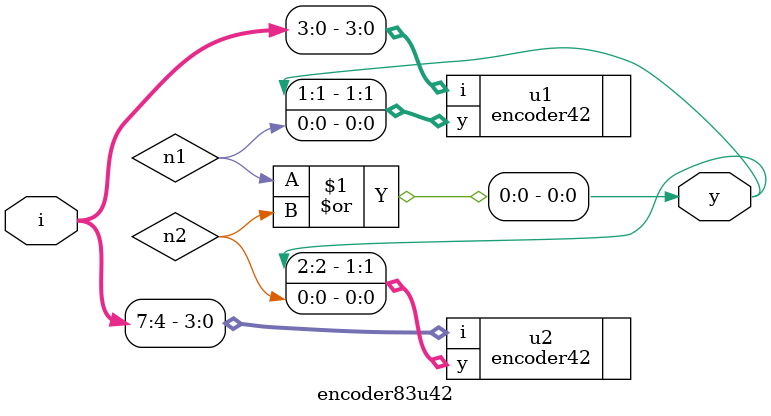
<source format=v>
`include "encoder42.v"
module encoder83u42(i,y);
	input [7:0]i;
	output [2:0]y;
	wire n1,n2;

	encoder42 u1(.i(i[3:0]),.y({y[1],n1}));
	encoder42 u2(.i(i[7:4]),.y({y[2],n2}));
	assign y[0] = n1 | n2 ;
endmodule

</source>
